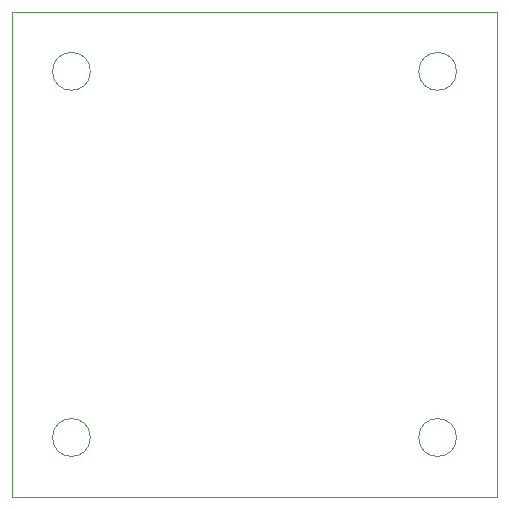
<source format=gbr>
%TF.GenerationSoftware,KiCad,Pcbnew,8.0.8*%
%TF.CreationDate,2025-02-17T18:22:25+00:00*%
%TF.ProjectId,tmc2208-adapter,746d6332-3230-4382-9d61-646170746572,rev?*%
%TF.SameCoordinates,Original*%
%TF.FileFunction,Profile,NP*%
%FSLAX46Y46*%
G04 Gerber Fmt 4.6, Leading zero omitted, Abs format (unit mm)*
G04 Created by KiCad (PCBNEW 8.0.8) date 2025-02-17 18:22:25*
%MOMM*%
%LPD*%
G01*
G04 APERTURE LIST*
%TA.AperFunction,Profile*%
%ADD10C,0.050000*%
%TD*%
G04 APERTURE END LIST*
D10*
X232600000Y-111000000D02*
G75*
G02*
X229400000Y-111000000I-1600000J0D01*
G01*
X229400000Y-111000000D02*
G75*
G02*
X232600000Y-111000000I1600000J0D01*
G01*
X201600000Y-111000000D02*
G75*
G02*
X198400000Y-111000000I-1600000J0D01*
G01*
X198400000Y-111000000D02*
G75*
G02*
X201600000Y-111000000I1600000J0D01*
G01*
X201600000Y-80000000D02*
G75*
G02*
X198400000Y-80000000I-1600000J0D01*
G01*
X198400000Y-80000000D02*
G75*
G02*
X201600000Y-80000000I1600000J0D01*
G01*
X232600000Y-80000000D02*
G75*
G02*
X229400000Y-80000000I-1600000J0D01*
G01*
X229400000Y-80000000D02*
G75*
G02*
X232600000Y-80000000I1600000J0D01*
G01*
X195000000Y-116000000D02*
X195000000Y-75000000D01*
X236000000Y-116000000D02*
X195000000Y-116000000D01*
X236000000Y-75000000D02*
X236000000Y-116000000D01*
X195000000Y-75000000D02*
X236000000Y-75000000D01*
M02*

</source>
